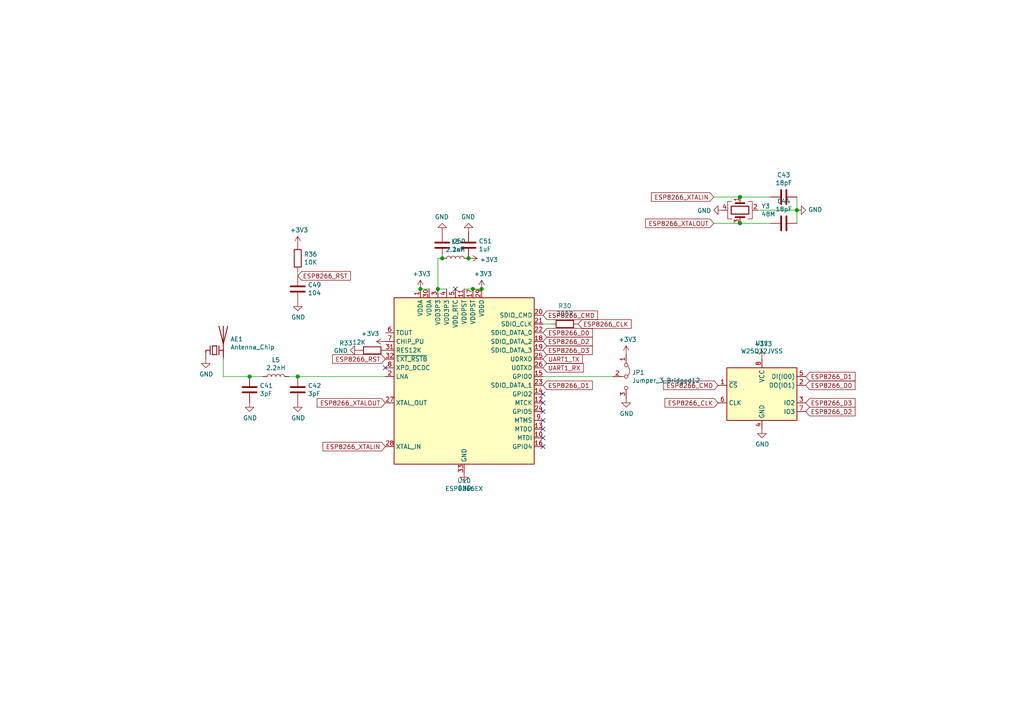
<source format=kicad_sch>
(kicad_sch (version 20210126) (generator eeschema)
  (paper "A4")
  (lib_symbols
    (symbol "Device:Antenna_Chip" (pin_numbers hide) (pin_names (offset 1.016) hide)
      (property "Reference" "AE" (at 0 5.08 0))
      (property "Value" "Antenna_Chip" (at 0 3.175 0))
      (symbol "Antenna_Chip_0_1"
        (polyline (pts (xy -2.54 0) (xy -2.54 -0.635)) (stroke (width 0.254)))
        (polyline (pts (xy -2.54 0) (xy -1.27 0)) (stroke (width 0.254)))
        (polyline (pts (xy 1.27 0) (xy 2.54 0)) (stroke (width 0.254)))
        (polyline (pts (xy 1.27 1.27) (xy 1.27 -1.27)) (stroke (width 0.254)))
        (polyline (pts (xy 2.54 -0.635) (xy 2.54 0)))
        (polyline (pts (xy 2.54 6.985) (xy 2.54 -1.905)) (stroke (width 0.254)))
        (polyline (pts (xy -1.27 1.27) (xy -1.27 -1.27) (xy -1.27 0)) (stroke (width 0.254)))
        (polyline (pts (xy 3.81 6.985) (xy 2.54 1.905) (xy 1.27 6.985)) (stroke (width 0.254)))
        (polyline (pts (xy -0.635 1.27) (xy 0.635 1.27) (xy 0.635 -1.27) (xy -0.635 -1.27) (xy -0.635 1.27)) (stroke (width 0.254)))
      )
      (symbol "Antenna_Chip_1_1"
        (pin input line (at -2.54 -2.54 90) (length 2.54) (name "FEED") (number "1"))
        (pin passive line (at 2.54 -2.54 90) (length 2.54) (name "PCB_Trace") (number "2"))
      )
    )
    (symbol "Device:C" (pin_numbers hide) (pin_names (offset 0.254))
      (property "Reference" "C" (at 0.635 2.54 0))
      (property "Value" "C" (at 0.635 -2.54 0))
      (symbol "C_0_1"
        (polyline (pts (xy -2.032 -0.762) (xy 2.032 -0.762)) (stroke (width 0.508)))
        (polyline (pts (xy -2.032 0.762) (xy 2.032 0.762)) (stroke (width 0.508)))
      )
      (symbol "C_1_1"
        (pin passive line (at 0 3.81 270) (length 2.794) (name "~") (number "1"))
        (pin passive line (at 0 -3.81 90) (length 2.794) (name "~") (number "2"))
      )
    )
    (symbol "Device:Crystal_GND24" (pin_names (offset 1.016) hide)
      (property "Reference" "Y" (at 3.175 5.08 0))
      (property "Value" "Crystal_GND24" (at 3.175 3.175 0))
      (symbol "Crystal_GND24_0_1"
        (rectangle (start -1.143 2.54) (end 1.143 -2.54) (stroke (width 0.3048)))
        (polyline (pts (xy -2.54 0) (xy -2.032 0)))
        (polyline (pts (xy -2.032 -1.27) (xy -2.032 1.27)) (stroke (width 0.508)))
        (polyline (pts (xy 0 -3.81) (xy 0 -3.556)))
        (polyline (pts (xy 0 3.556) (xy 0 3.81)))
        (polyline (pts (xy 2.032 -1.27) (xy 2.032 1.27)) (stroke (width 0.508)))
        (polyline (pts (xy 2.032 0) (xy 2.54 0)))
        (polyline (pts (xy -2.54 -2.286) (xy -2.54 -3.556) (xy 2.54 -3.556) (xy 2.54 -2.286)))
        (polyline (pts (xy -2.54 2.286) (xy -2.54 3.556) (xy 2.54 3.556) (xy 2.54 2.286)))
      )
      (symbol "Crystal_GND24_1_1"
        (pin passive line (at -3.81 0 0) (length 1.27) (name "1") (number "1"))
        (pin passive line (at 0 5.08 270) (length 1.27) (name "2") (number "2"))
        (pin passive line (at 3.81 0 180) (length 1.27) (name "3") (number "3"))
        (pin passive line (at 0 -5.08 90) (length 1.27) (name "4") (number "4"))
      )
    )
    (symbol "Device:L" (pin_numbers hide) (pin_names (offset 1.016) hide)
      (property "Reference" "L" (at -1.27 0 90))
      (property "Value" "L" (at 1.905 0 90))
      (symbol "L_0_1"
        (arc (start 0 -2.54) (end 0 -1.27) (radius (at 0 -1.905) (length 0.635) (angles -89.9 89.9)))
        (arc (start 0 -1.27) (end 0 0) (radius (at 0 -0.635) (length 0.635) (angles -89.9 89.9)))
        (arc (start 0 0) (end 0 1.27) (radius (at 0 0.635) (length 0.635) (angles -89.9 89.9)))
        (arc (start 0 1.27) (end 0 2.54) (radius (at 0 1.905) (length 0.635) (angles -89.9 89.9)))
      )
      (symbol "L_1_1"
        (pin passive line (at 0 3.81 270) (length 1.27) (name "1") (number "1"))
        (pin passive line (at 0 -3.81 90) (length 1.27) (name "2") (number "2"))
      )
    )
    (symbol "Device:R" (pin_numbers hide) (pin_names (offset 0))
      (property "Reference" "R" (at 2.032 0 90))
      (property "Value" "R" (at 0 0 90))
      (symbol "R_0_1"
        (rectangle (start -1.016 -2.54) (end 1.016 2.54) (stroke (width 0.254)))
      )
      (symbol "R_1_1"
        (pin passive line (at 0 3.81 270) (length 1.27) (name "~") (number "1"))
        (pin passive line (at 0 -3.81 90) (length 1.27) (name "~") (number "2"))
      )
    )
    (symbol "Jumper:Jumper_3_Bridged12" (pin_names (offset 0) hide)
      (property "Reference" "JP" (at -2.54 -2.54 0))
      (property "Value" "Jumper_3_Bridged12" (at 0 2.794 0))
      (symbol "Jumper_3_Bridged12_0_0"
        (circle (center -3.302 0) (radius 0.508))
        (circle (center 0 0) (radius 0.508))
        (circle (center 3.302 0) (radius 0.508))
      )
      (symbol "Jumper_3_Bridged12_0_1"
        (arc (start -3.048 0.508) (end -0.254 0.508) (radius (at -1.651 -1.27) (length 2.2606) (angles 128.2 51.8)))
        (polyline (pts (xy 0 -1.27) (xy 0 -0.508)))
      )
      (symbol "Jumper_3_Bridged12_1_1"
        (pin passive line (at -6.35 0 0) (length 2.54) (name "A") (number "1"))
        (pin input line (at 0 -3.81 90) (length 2.54) (name "C") (number "2"))
        (pin passive line (at 6.35 0 180) (length 2.54) (name "B") (number "3"))
      )
    )
    (symbol "MCU_Espressif:ESP8266EX"
      (property "Reference" "U" (at 0 2.54 0))
      (property "Value" "ESP8266EX" (at 0 -2.54 0))
      (symbol "ESP8266EX_0_1"
        (rectangle (start -20.32 22.86) (end 20.32 -25.4) (stroke (width 0.254)) (fill (type background)))
      )
      (symbol "ESP8266EX_1_1"
        (pin power_in line (at -12.7 25.4 270) (length 2.54) (name "VDDA") (number "1"))
        (pin bidirectional line (at 22.86 -17.78 180) (length 2.54) (name "MTDI") (number "10"))
        (pin power_in line (at 0 25.4 270) (length 2.54) (name "VDDPST") (number "11"))
        (pin bidirectional line (at 22.86 -7.62 180) (length 2.54) (name "MTCK") (number "12"))
        (pin bidirectional line (at 22.86 -15.24 180) (length 2.54) (name "MTDO") (number "13"))
        (pin bidirectional line (at 22.86 -5.08 180) (length 2.54) (name "GPIO2") (number "14"))
        (pin bidirectional line (at 22.86 0 180) (length 2.54) (name "GPIO0") (number "15"))
        (pin bidirectional line (at 22.86 -20.32 180) (length 2.54) (name "GPIO4") (number "16"))
        (pin power_in line (at 2.54 25.4 270) (length 2.54) (name "VDDPST") (number "17"))
        (pin bidirectional line (at 22.86 10.16 180) (length 2.54) (name "SDIO_DATA_2") (number "18"))
        (pin bidirectional line (at 22.86 7.62 180) (length 2.54) (name "SDIO_DATA_3") (number "19"))
        (pin bidirectional line (at -22.86 0 0) (length 2.54) (name "LNA") (number "2"))
        (pin bidirectional line (at 22.86 17.78 180) (length 2.54) (name "SDIO_CMD") (number "20"))
        (pin bidirectional line (at 22.86 15.24 180) (length 2.54) (name "SDIO_CLK") (number "21"))
        (pin bidirectional line (at 22.86 12.7 180) (length 2.54) (name "SDIO_DATA_0") (number "22"))
        (pin bidirectional line (at 22.86 -2.54 180) (length 2.54) (name "SDIO_DATA_1") (number "23"))
        (pin bidirectional line (at 22.86 -10.16 180) (length 2.54) (name "GPIO5") (number "24"))
        (pin bidirectional line (at 22.86 5.08 180) (length 2.54) (name "U0RXD") (number "25"))
        (pin bidirectional line (at 22.86 2.54 180) (length 2.54) (name "U0TXD") (number "26"))
        (pin bidirectional line (at -22.86 -7.62 0) (length 2.54) (name "XTAL_OUT") (number "27"))
        (pin bidirectional line (at -22.86 -20.32 0) (length 2.54) (name "XTAL_IN") (number "28"))
        (pin power_in line (at 5.08 25.4 270) (length 2.54) (name "VDDD") (number "29"))
        (pin power_in line (at -7.62 25.4 270) (length 2.54) (name "VDD3P3") (number "3"))
        (pin power_in line (at -10.16 25.4 270) (length 2.54) (name "VDDA") (number "30"))
        (pin input line (at -22.86 7.62 0) (length 2.54) (name "RES12K") (number "31"))
        (pin input line (at -22.86 5.08 0) (length 2.54) (name "~EXT_RSTB~") (number "32"))
        (pin power_in line (at 0 -27.94 90) (length 2.54) (name "GND") (number "33"))
        (pin power_in line (at -5.08 25.4 270) (length 2.54) (name "VDD3P3") (number "4"))
        (pin power_in line (at -2.54 25.4 270) (length 2.54) (name "VDD_RTC") (number "5"))
        (pin input line (at -22.86 12.7 0) (length 2.54) (name "TOUT") (number "6"))
        (pin input line (at -22.86 10.16 0) (length 2.54) (name "CHIP_PU") (number "7"))
        (pin bidirectional line (at -22.86 2.54 0) (length 2.54) (name "XPD_DCDC") (number "8"))
        (pin bidirectional line (at 22.86 -12.7 180) (length 2.54) (name "MTMS") (number "9"))
      )
    )
    (symbol "Memory_Flash:W25Q32JVSS"
      (property "Reference" "U" (at -8.89 8.89 0))
      (property "Value" "W25Q32JVSS" (at 7.62 8.89 0))
      (symbol "W25Q32JVSS_0_1"
        (rectangle (start -10.16 7.62) (end 10.16 -7.62) (stroke (width 0.254)) (fill (type background)))
      )
      (symbol "W25Q32JVSS_1_1"
        (pin input line (at -12.7 2.54 0) (length 2.54) (name "~CS") (number "1"))
        (pin bidirectional line (at 12.7 2.54 180) (length 2.54) (name "DO(IO1)") (number "2"))
        (pin bidirectional line (at 12.7 -2.54 180) (length 2.54) (name "IO2") (number "3"))
        (pin power_in line (at 0 -10.16 90) (length 2.54) (name "GND") (number "4"))
        (pin bidirectional line (at 12.7 5.08 180) (length 2.54) (name "DI(IO0)") (number "5"))
        (pin input line (at -12.7 -2.54 0) (length 2.54) (name "CLK") (number "6"))
        (pin bidirectional line (at 12.7 -5.08 180) (length 2.54) (name "IO3") (number "7"))
        (pin power_in line (at 0 10.16 270) (length 2.54) (name "VCC") (number "8"))
      )
    )
    (symbol "power:+3V3" (power) (pin_names (offset 0))
      (property "Value" "+3V3" (at 0 3.556 0))
      (symbol "+3V3_0_1"
        (polyline (pts (xy -0.762 1.27) (xy 0 2.54)))
        (polyline (pts (xy 0 0) (xy 0 2.54)))
        (polyline (pts (xy 0 2.54) (xy 0.762 1.27)))
      )
      (symbol "+3V3_1_1"
        (pin power_in line (at 0 0 90) (length 0) hide (name "+3V3") (number "1"))
      )
    )
    (symbol "power:GND" (power) (pin_names (offset 0))
      (property "Value" "GND" (at 0 -3.81 0))
      (symbol "GND_0_1"
        (polyline (pts (xy 0 0) (xy 0 -1.27) (xy 1.27 -1.27) (xy 0 -2.54) (xy -1.27 -1.27) (xy 0 -1.27)))
      )
      (symbol "GND_1_1"
        (pin power_in line (at 0 0 270) (length 0) hide (name "GND") (number "1"))
      )
    )
  )
  (junction (at 72.39 109.22) (diameter 1.016))
  (junction (at 86.36 109.22) (diameter 1.016))
  (junction (at 121.92 83.82) (diameter 1.016))
  (junction (at 127 83.82) (diameter 1.016))
  (junction (at 128.27 74.93) (diameter 1.016))
  (junction (at 135.89 74.93) (diameter 1.016))
  (junction (at 137.16 83.82) (diameter 1.016))
  (junction (at 139.7 83.82) (diameter 1.016))
  (junction (at 214.63 57.15) (diameter 1.016))
  (junction (at 214.63 64.77) (diameter 1.016))
  (junction (at 231.14 60.96) (diameter 1.016))
  (no_connect (at 111.76 106.68))
  (no_connect (at 132.08 83.82))
  (no_connect (at 157.48 114.3))
  (no_connect (at 157.48 116.84))
  (no_connect (at 157.48 119.38))
  (no_connect (at 157.48 121.92))
  (no_connect (at 157.48 124.46))
  (no_connect (at 157.48 127))
  (no_connect (at 157.48 129.54))
  (wire (pts (xy 64.77 109.22) (xy 64.77 104.14)))
  (wire (pts (xy 72.39 109.22) (xy 64.77 109.22)))
  (wire (pts (xy 72.39 109.22) (xy 76.2 109.22)))
  (wire (pts (xy 83.82 109.22) (xy 86.36 109.22)))
  (wire (pts (xy 86.36 78.74) (xy 86.36 80.01)))
  (wire (pts (xy 86.36 109.22) (xy 111.76 109.22)))
  (wire (pts (xy 124.46 83.82) (xy 121.92 83.82)))
  (wire (pts (xy 127 74.93) (xy 128.27 74.93)))
  (wire (pts (xy 127 83.82) (xy 127 74.93)))
  (wire (pts (xy 129.54 83.82) (xy 127 83.82)))
  (wire (pts (xy 134.62 83.82) (xy 137.16 83.82)))
  (wire (pts (xy 137.16 83.82) (xy 139.7 83.82)))
  (wire (pts (xy 157.48 109.22) (xy 177.8 109.22)))
  (wire (pts (xy 160.02 93.98) (xy 157.48 93.98)))
  (wire (pts (xy 214.63 57.15) (xy 207.01 57.15)))
  (wire (pts (xy 214.63 57.15) (xy 223.52 57.15)))
  (wire (pts (xy 214.63 64.77) (xy 207.01 64.77)))
  (wire (pts (xy 223.52 64.77) (xy 214.63 64.77)))
  (wire (pts (xy 231.14 60.96) (xy 219.71 60.96)))
  (wire (pts (xy 231.14 60.96) (xy 231.14 57.15)))
  (wire (pts (xy 231.14 64.77) (xy 231.14 60.96)))
  (global_label "ESP8266_RST" (shape input) (at 86.36 80.01 0) (property "Intersheet References" "${INTERSHEET_REFS}" (effects hide)))
  (global_label "ESP8266_RST" (shape input) (at 111.76 104.14 180) (property "Intersheet References" "${INTERSHEET_REFS}" (effects hide)))
  (global_label "ESP8266_XTALOUT" (shape input) (at 111.76 116.84 180) (property "Intersheet References" "${INTERSHEET_REFS}" (effects hide)))
  (global_label "ESP8266_XTALIN" (shape input) (at 111.76 129.54 180) (property "Intersheet References" "${INTERSHEET_REFS}" (effects hide)))
  (global_label "ESP8266_CMD" (shape input) (at 157.48 91.44 0) (property "Intersheet References" "${INTERSHEET_REFS}" (effects hide)))
  (global_label "ESP8266_D0" (shape input) (at 157.48 96.52 0) (property "Intersheet References" "${INTERSHEET_REFS}" (effects hide)))
  (global_label "ESP8266_D2" (shape input) (at 157.48 99.06 0) (property "Intersheet References" "${INTERSHEET_REFS}" (effects hide)))
  (global_label "ESP8266_D3" (shape input) (at 157.48 101.6 0) (property "Intersheet References" "${INTERSHEET_REFS}" (effects hide)))
  (global_label "UART1_TX" (shape input) (at 157.48 104.14 0) (property "Intersheet References" "${INTERSHEET_REFS}" (effects hide)))
  (global_label "UART1_RX" (shape input) (at 157.48 106.68 0) (property "Intersheet References" "${INTERSHEET_REFS}" (effects hide)))
  (global_label "ESP8266_D1" (shape input) (at 157.48 111.76 0) (property "Intersheet References" "${INTERSHEET_REFS}" (effects hide)))
  (global_label "ESP8266_CLK" (shape input) (at 167.64 93.98 0) (property "Intersheet References" "${INTERSHEET_REFS}" (effects hide)))
  (global_label "ESP8266_XTALIN" (shape input) (at 207.01 57.15 180) (property "Intersheet References" "${INTERSHEET_REFS}" (effects hide)))
  (global_label "ESP8266_XTALOUT" (shape input) (at 207.01 64.77 180) (property "Intersheet References" "${INTERSHEET_REFS}" (effects hide)))
  (global_label "ESP8266_CMD" (shape input) (at 208.28 111.76 180) (property "Intersheet References" "${INTERSHEET_REFS}" (effects hide)))
  (global_label "ESP8266_CLK" (shape input) (at 208.28 116.84 180) (property "Intersheet References" "${INTERSHEET_REFS}" (effects hide)))
  (global_label "ESP8266_D1" (shape input) (at 233.68 109.22 0) (property "Intersheet References" "${INTERSHEET_REFS}" (effects hide)))
  (global_label "ESP8266_D0" (shape input) (at 233.68 111.76 0) (property "Intersheet References" "${INTERSHEET_REFS}" (effects hide)))
  (global_label "ESP8266_D3" (shape input) (at 233.68 116.84 0) (property "Intersheet References" "${INTERSHEET_REFS}" (effects hide)))
  (global_label "ESP8266_D2" (shape input) (at 233.68 119.38 0) (property "Intersheet References" "${INTERSHEET_REFS}" (effects hide)))
  (symbol (lib_id "power:+3V3") (at 86.36 71.12 0) (unit 1)
    (property "Reference" "#PWR0222" (effects hide))
    (property "Value" "+3V3" (at 86.741 66.7258 0))
  )
  (symbol (lib_id "power:+3V3") (at 111.76 99.06 90) (unit 1)
    (property "Reference" "#PWR0224" (effects hide))
    (property "Value" "+3V3" (at 107.3658 96.774 90))
  )
  (symbol (lib_id "power:+3V3") (at 121.92 83.82 0) (unit 1)
    (property "Reference" "#PWR0193" (effects hide))
    (property "Value" "+3V3" (at 122.301 79.4258 0))
  )
  (symbol (lib_id "power:+3V3") (at 135.89 74.93 270) (unit 1)
    (property "Reference" "#PWR0208" (effects hide))
    (property "Value" "+3V3" (at 139.1412 75.311 90) (effects (justify left)))
  )
  (symbol (lib_id "power:+3V3") (at 139.7 83.82 0) (unit 1)
    (property "Reference" "#PWR0200" (effects hide))
    (property "Value" "+3V3" (at 140.081 79.4258 0))
  )
  (symbol (lib_id "power:+3V3") (at 181.61 102.87 0) (unit 1)
    (property "Reference" "#PWR0226" (effects hide))
    (property "Value" "+3V3" (at 181.991 98.4758 0))
  )
  (symbol (lib_id "power:+3V3") (at 220.98 104.14 0) (unit 1)
    (property "Reference" "#PWR0209" (effects hide))
    (property "Value" "+3V3" (at 221.361 99.7458 0))
  )
  (symbol (lib_id "Device:L") (at 80.01 109.22 90) (unit 1)
    (property "Reference" "L5" (at 80.01 104.394 90))
    (property "Value" "2.2nH" (at 80.01 106.7054 90))
    (property "Footprint" "Inductor_SMD:L_0603_1608Metric" (effects hide))
  )
  (symbol (lib_id "Device:L") (at 132.08 74.93 90) (unit 1)
    (property "Reference" "L6" (at 132.08 70.104 90))
    (property "Value" "2.2nH" (at 132.08 72.4154 90))
    (property "Footprint" "Inductor_SMD:L_0603_1608Metric" (effects hide))
  )
  (symbol (lib_id "power:GND") (at 59.69 104.14 0) (unit 1)
    (property "Reference" "#PWR0199" (effects hide))
    (property "Value" "GND" (at 59.817 108.5342 0))
  )
  (symbol (lib_id "power:GND") (at 72.39 116.84 0) (unit 1)
    (property "Reference" "#PWR0197" (effects hide))
    (property "Value" "GND" (at 72.517 121.2342 0))
  )
  (symbol (lib_id "power:GND") (at 86.36 87.63 0) (unit 1)
    (property "Reference" "#PWR0223" (effects hide))
    (property "Value" "GND" (at 86.487 92.0242 0))
  )
  (symbol (lib_id "power:GND") (at 86.36 116.84 0) (unit 1)
    (property "Reference" "#PWR0198" (effects hide))
    (property "Value" "GND" (at 86.487 121.2342 0))
  )
  (symbol (lib_id "power:GND") (at 104.14 101.6 270) (unit 1)
    (property "Reference" "#PWR0214" (effects hide))
    (property "Value" "GND" (at 100.8888 101.727 90) (effects (justify right)))
  )
  (symbol (lib_id "power:GND") (at 128.27 67.31 180) (unit 1)
    (property "Reference" "#PWR0221" (effects hide))
    (property "Value" "GND" (at 128.143 62.9158 0))
  )
  (symbol (lib_id "power:GND") (at 134.62 137.16 0) (unit 1)
    (property "Reference" "#PWR0213" (effects hide))
    (property "Value" "GND" (at 134.747 141.5542 0))
  )
  (symbol (lib_id "power:GND") (at 135.89 67.31 180) (unit 1)
    (property "Reference" "#PWR0220" (effects hide))
    (property "Value" "GND" (at 135.763 62.9158 0))
  )
  (symbol (lib_id "power:GND") (at 181.61 115.57 0) (unit 1)
    (property "Reference" "#PWR0225" (effects hide))
    (property "Value" "GND" (at 181.737 119.9642 0))
  )
  (symbol (lib_id "power:GND") (at 209.55 60.96 270) (unit 1)
    (property "Reference" "#PWR0196" (effects hide))
    (property "Value" "GND" (at 206.2988 61.087 90) (effects (justify right)))
  )
  (symbol (lib_id "power:GND") (at 220.98 124.46 0) (unit 1)
    (property "Reference" "#PWR0194" (effects hide))
    (property "Value" "GND" (at 221.107 128.8542 0))
  )
  (symbol (lib_id "power:GND") (at 231.14 60.96 90) (unit 1)
    (property "Reference" "#PWR0195" (effects hide))
    (property "Value" "GND" (at 234.3912 60.833 90) (effects (justify right)))
  )
  (symbol (lib_id "Device:R") (at 86.36 74.93 0) (unit 1)
    (property "Reference" "R36" (at 88.138 73.7616 0) (effects (justify left)))
    (property "Value" "10K" (at 88.138 76.073 0) (effects (justify left)))
    (property "Footprint" "Resistor_SMD:R_0603_1608Metric" (effects hide))
  )
  (symbol (lib_id "Device:R") (at 107.95 101.6 270) (unit 1)
    (property "Reference" "R33" (at 100.33 99.5172 90))
    (property "Value" "12K" (at 104.14 99.2886 90))
    (property "Footprint" "Resistor_SMD:R_0603_1608Metric" (effects hide))
  )
  (symbol (lib_id "Device:R") (at 163.83 93.98 270) (unit 1)
    (property "Reference" "R30" (at 163.83 88.7222 90))
    (property "Value" "200R" (at 163.83 91.0336 90))
    (property "Footprint" "Resistor_SMD:R_0603_1608Metric" (effects hide))
  )
  (symbol (lib_id "Device:C") (at 72.39 113.03 0) (unit 1)
    (property "Reference" "C41" (at 75.311 111.8616 0) (effects (justify left)))
    (property "Value" "3pF" (at 75.311 114.173 0) (effects (justify left)))
    (property "Footprint" "Capacitor_SMD:C_0603_1608Metric" (effects hide))
  )
  (symbol (lib_id "Device:C") (at 86.36 83.82 0) (unit 1)
    (property "Reference" "C49" (at 89.281 82.6516 0) (effects (justify left)))
    (property "Value" "104" (at 89.281 84.963 0) (effects (justify left)))
    (property "Footprint" "Capacitor_SMD:C_0603_1608Metric" (effects hide))
  )
  (symbol (lib_id "Device:C") (at 86.36 113.03 0) (unit 1)
    (property "Reference" "C42" (at 89.281 111.8616 0) (effects (justify left)))
    (property "Value" "3pF" (at 89.281 114.173 0) (effects (justify left)))
    (property "Footprint" "Capacitor_SMD:C_0603_1608Metric" (effects hide))
  )
  (symbol (lib_id "Device:C") (at 128.27 71.12 0) (unit 1)
    (property "Reference" "C50" (at 131.191 69.9516 0) (effects (justify left)))
    (property "Value" "1uF" (at 131.191 72.263 0) (effects (justify left)))
    (property "Footprint" "Capacitor_SMD:C_0603_1608Metric" (effects hide))
  )
  (symbol (lib_id "Device:C") (at 135.89 71.12 0) (unit 1)
    (property "Reference" "C51" (at 138.811 69.9516 0) (effects (justify left)))
    (property "Value" "1uF" (at 138.811 72.263 0) (effects (justify left)))
    (property "Footprint" "Capacitor_SMD:C_0603_1608Metric" (effects hide))
  )
  (symbol (lib_id "Device:C") (at 227.33 57.15 90) (unit 1)
    (property "Reference" "C43" (at 227.33 50.7492 90))
    (property "Value" "18pF" (at 227.33 53.0606 90))
    (property "Footprint" "Capacitor_SMD:C_0603_1608Metric" (effects hide))
  )
  (symbol (lib_id "Device:C") (at 227.33 64.77 90) (unit 1)
    (property "Reference" "C44" (at 227.33 58.3692 90))
    (property "Value" "18pF" (at 227.33 60.6806 90))
    (property "Footprint" "Capacitor_SMD:C_0603_1608Metric" (effects hide))
  )
  (symbol (lib_id "Device:Antenna_Chip") (at 62.23 101.6 0) (unit 1)
    (property "Reference" "AE1" (at 66.802 98.3742 0) (effects (justify left)))
    (property "Value" "Antenna_Chip" (at 66.802 100.6856 0) (effects (justify left)))
    (property "Footprint" "RF_Antenna:Johanson_2450AT43F0100" (effects hide))
  )
  (symbol (lib_id "Jumper:Jumper_3_Bridged12") (at 181.61 109.22 270) (unit 1)
    (property "Reference" "JP1" (at 183.3118 108.0516 90) (effects (justify left)))
    (property "Value" "Jumper_3_Bridged12" (at 183.3118 110.363 90) (effects (justify left)))
    (property "Footprint" "Jumper:SolderJumper-3_P1.3mm_Open_RoundedPad1.0x1.5mm_NumberLabels" (effects hide))
  )
  (symbol (lib_id "Device:Crystal_GND24") (at 214.63 60.96 270) (unit 1)
    (property "Reference" "Y3" (at 220.8276 59.7916 90) (effects (justify left)))
    (property "Value" "48M" (at 220.8276 62.103 90) (effects (justify left)))
    (property "Footprint" "Crystal:Crystal_SMD_Abracon_ABM8G-4Pin_3.2x2.5mm" (effects hide))
  )
  (symbol (lib_id "Memory_Flash:W25Q32JVSS") (at 220.98 114.3 0) (unit 1)
    (property "Reference" "U11" (at 220.98 99.5426 0))
    (property "Value" "W25Q32JVSS" (at 220.98 101.854 0))
    (property "Footprint" "Package_SO:SOIC-8_5.23x5.23mm_P1.27mm" (effects hide))
    (property "Datasheet" "http://www.winbond.com/resource-files/w25q32jv%20revg%2003272018%20plus.pdf" (effects hide))
  )
  (symbol (lib_id "MCU_Espressif:ESP8266EX") (at 134.62 109.22 0) (unit 1)
    (property "Reference" "U10" (at 134.62 139.4206 0))
    (property "Value" "ESP8266EX" (at 134.62 141.732 0))
    (property "Footprint" "Package_DFN_QFN:QFN-32-1EP_5x5mm_P0.5mm_EP3.45x3.45mm" (effects hide))
    (property "Datasheet" "http://espressif.com/sites/default/files/documentation/0a-esp8266ex_datasheet_en.pdf" (effects hide))
  )
)
</source>
